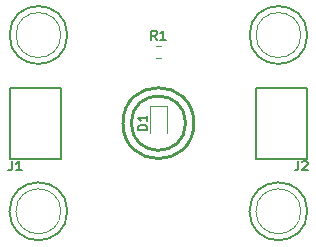
<source format=gbr>
%TF.GenerationSoftware,KiCad,Pcbnew,5.1.7-a382d34a8~87~ubuntu18.04.1*%
%TF.CreationDate,2023-06-06T11:10:53-07:00*%
%TF.ProjectId,basic_led,62617369-635f-46c6-9564-2e6b69636164,rev?*%
%TF.SameCoordinates,Original*%
%TF.FileFunction,Legend,Top*%
%TF.FilePolarity,Positive*%
%FSLAX46Y46*%
G04 Gerber Fmt 4.6, Leading zero omitted, Abs format (unit mm)*
G04 Created by KiCad (PCBNEW 5.1.7-a382d34a8~87~ubuntu18.04.1) date 2023-06-06 11:10:53*
%MOMM*%
%LPD*%
G01*
G04 APERTURE LIST*
%ADD10C,0.250000*%
%ADD11C,0.150000*%
%ADD12C,0.050000*%
%ADD13C,0.120000*%
%ADD14C,0.160000*%
G04 APERTURE END LIST*
D10*
X65000000Y-60000000D02*
G75*
G03*
X65000000Y-60000000I-2300000J0D01*
G01*
X65700000Y-60000000D02*
G75*
G03*
X65700000Y-60000000I-3000000J0D01*
G01*
D11*
%TO.C,J2*%
X75275000Y-63000000D02*
X75275000Y-60000000D01*
X75275000Y-60000000D02*
X75275000Y-57000000D01*
X75275000Y-63000000D02*
X70925000Y-63000000D01*
X70925000Y-63000000D02*
X70925000Y-57000000D01*
X70925000Y-57000000D02*
X75275000Y-57000000D01*
%TO.C,J1*%
X50125000Y-57000000D02*
X50125000Y-60000000D01*
X50125000Y-60000000D02*
X50125000Y-63000000D01*
X50125000Y-57000000D02*
X54475000Y-57000000D01*
X54475000Y-57000000D02*
X54475000Y-63000000D01*
X54475000Y-63000000D02*
X50125000Y-63000000D01*
%TO.C,M4*%
X54990000Y-67460000D02*
G75*
G03*
X54990000Y-67460000I-2450000J0D01*
G01*
D12*
X54440000Y-67460000D02*
G75*
G03*
X54440000Y-67460000I-1900000J0D01*
G01*
D11*
%TO.C,M3*%
X75310000Y-67460000D02*
G75*
G03*
X75310000Y-67460000I-2450000J0D01*
G01*
D12*
X74760000Y-67460000D02*
G75*
G03*
X74760000Y-67460000I-1900000J0D01*
G01*
D11*
%TO.C,M2*%
X75310000Y-52540000D02*
G75*
G03*
X75310000Y-52540000I-2450000J0D01*
G01*
D12*
X74760000Y-52540000D02*
G75*
G03*
X74760000Y-52540000I-1900000J0D01*
G01*
D11*
%TO.C,M1*%
X54990000Y-52540000D02*
G75*
G03*
X54990000Y-52540000I-2450000J0D01*
G01*
D12*
X54440000Y-52540000D02*
G75*
G03*
X54440000Y-52540000I-1900000J0D01*
G01*
D13*
%TO.C,D1*%
X63435000Y-60800000D02*
X63435000Y-58515000D01*
X63435000Y-58515000D02*
X61965000Y-58515000D01*
X61965000Y-58515000D02*
X61965000Y-60800000D01*
%TO.C,R1*%
X62937258Y-53477500D02*
X62462742Y-53477500D01*
X62937258Y-54522500D02*
X62462742Y-54522500D01*
%TO.C,J2*%
D14*
X74553333Y-63201904D02*
X74553333Y-63773333D01*
X74515238Y-63887619D01*
X74439047Y-63963809D01*
X74324761Y-64001904D01*
X74248571Y-64001904D01*
X74896190Y-63278095D02*
X74934285Y-63240000D01*
X75010476Y-63201904D01*
X75200952Y-63201904D01*
X75277142Y-63240000D01*
X75315238Y-63278095D01*
X75353333Y-63354285D01*
X75353333Y-63430476D01*
X75315238Y-63544761D01*
X74858095Y-64001904D01*
X75353333Y-64001904D01*
%TO.C,J1*%
X50313333Y-63201904D02*
X50313333Y-63773333D01*
X50275238Y-63887619D01*
X50199047Y-63963809D01*
X50084761Y-64001904D01*
X50008571Y-64001904D01*
X51113333Y-64001904D02*
X50656190Y-64001904D01*
X50884761Y-64001904D02*
X50884761Y-63201904D01*
X50808571Y-63316190D01*
X50732380Y-63392380D01*
X50656190Y-63430476D01*
%TO.C,D1*%
X61761904Y-60590476D02*
X60961904Y-60590476D01*
X60961904Y-60400000D01*
X61000000Y-60285714D01*
X61076190Y-60209523D01*
X61152380Y-60171428D01*
X61304761Y-60133333D01*
X61419047Y-60133333D01*
X61571428Y-60171428D01*
X61647619Y-60209523D01*
X61723809Y-60285714D01*
X61761904Y-60400000D01*
X61761904Y-60590476D01*
X61761904Y-59371428D02*
X61761904Y-59828571D01*
X61761904Y-59600000D02*
X60961904Y-59600000D01*
X61076190Y-59676190D01*
X61152380Y-59752380D01*
X61190476Y-59828571D01*
%TO.C,R1*%
X62566666Y-52961904D02*
X62300000Y-52580952D01*
X62109523Y-52961904D02*
X62109523Y-52161904D01*
X62414285Y-52161904D01*
X62490476Y-52200000D01*
X62528571Y-52238095D01*
X62566666Y-52314285D01*
X62566666Y-52428571D01*
X62528571Y-52504761D01*
X62490476Y-52542857D01*
X62414285Y-52580952D01*
X62109523Y-52580952D01*
X63328571Y-52961904D02*
X62871428Y-52961904D01*
X63100000Y-52961904D02*
X63100000Y-52161904D01*
X63023809Y-52276190D01*
X62947619Y-52352380D01*
X62871428Y-52390476D01*
%TD*%
M02*

</source>
